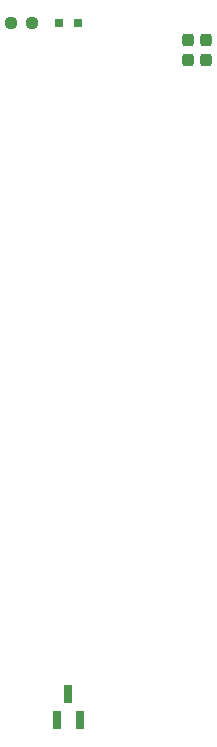
<source format=gbr>
G04 #@! TF.GenerationSoftware,KiCad,Pcbnew,7.0.11+dfsg-1build4*
G04 #@! TF.CreationDate,2024-10-25T09:30:11+09:00*
G04 #@! TF.ProjectId,bionic-p8085,62696f6e-6963-42d7-9038-3038352e6b69,4*
G04 #@! TF.SameCoordinates,Original*
G04 #@! TF.FileFunction,Paste,Top*
G04 #@! TF.FilePolarity,Positive*
%FSLAX46Y46*%
G04 Gerber Fmt 4.6, Leading zero omitted, Abs format (unit mm)*
G04 Created by KiCad (PCBNEW 7.0.11+dfsg-1build4) date 2024-10-25 09:30:11*
%MOMM*%
%LPD*%
G01*
G04 APERTURE LIST*
G04 Aperture macros list*
%AMRoundRect*
0 Rectangle with rounded corners*
0 $1 Rounding radius*
0 $2 $3 $4 $5 $6 $7 $8 $9 X,Y pos of 4 corners*
0 Add a 4 corners polygon primitive as box body*
4,1,4,$2,$3,$4,$5,$6,$7,$8,$9,$2,$3,0*
0 Add four circle primitives for the rounded corners*
1,1,$1+$1,$2,$3*
1,1,$1+$1,$4,$5*
1,1,$1+$1,$6,$7*
1,1,$1+$1,$8,$9*
0 Add four rect primitives between the rounded corners*
20,1,$1+$1,$2,$3,$4,$5,0*
20,1,$1+$1,$4,$5,$6,$7,0*
20,1,$1+$1,$6,$7,$8,$9,0*
20,1,$1+$1,$8,$9,$2,$3,0*%
G04 Aperture macros list end*
%ADD10R,0.660400X1.625600*%
%ADD11RoundRect,0.237500X0.237500X-0.300000X0.237500X0.300000X-0.237500X0.300000X-0.237500X-0.300000X0*%
%ADD12RoundRect,0.237500X0.250000X0.237500X-0.250000X0.237500X-0.250000X-0.237500X0.250000X-0.237500X0*%
%ADD13R,0.762000X0.711200*%
G04 APERTURE END LIST*
D10*
X114019999Y-130756000D03*
X115920001Y-130756000D03*
X114970000Y-128624000D03*
D11*
X126654000Y-74926500D03*
X126654000Y-73201500D03*
X125130000Y-74926500D03*
X125130000Y-73201500D03*
D12*
X111922000Y-71778000D03*
X110097000Y-71778000D03*
D13*
X114195300Y-71778000D03*
X115744700Y-71778000D03*
M02*

</source>
